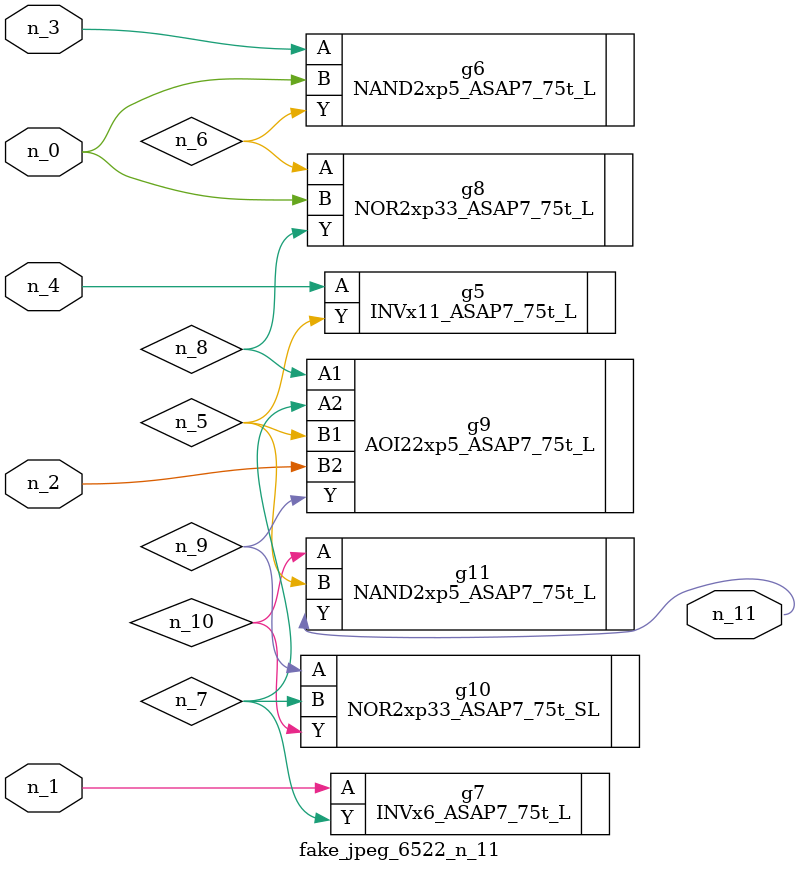
<source format=v>
module fake_jpeg_6522_n_11 (n_3, n_2, n_1, n_0, n_4, n_11);

input n_3;
input n_2;
input n_1;
input n_0;
input n_4;

output n_11;

wire n_10;
wire n_8;
wire n_9;
wire n_6;
wire n_5;
wire n_7;

INVx11_ASAP7_75t_L g5 ( 
.A(n_4),
.Y(n_5)
);

NAND2xp5_ASAP7_75t_L g6 ( 
.A(n_3),
.B(n_0),
.Y(n_6)
);

INVx6_ASAP7_75t_L g7 ( 
.A(n_1),
.Y(n_7)
);

NOR2xp33_ASAP7_75t_L g8 ( 
.A(n_6),
.B(n_0),
.Y(n_8)
);

AOI22xp5_ASAP7_75t_L g9 ( 
.A1(n_8),
.A2(n_7),
.B1(n_5),
.B2(n_2),
.Y(n_9)
);

NOR2xp33_ASAP7_75t_SL g10 ( 
.A(n_9),
.B(n_7),
.Y(n_10)
);

NAND2xp5_ASAP7_75t_L g11 ( 
.A(n_10),
.B(n_5),
.Y(n_11)
);


endmodule
</source>
